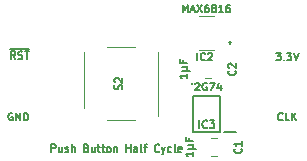
<source format=gto>
%TF.GenerationSoftware,KiCad,Pcbnew,7.0.5*%
%TF.CreationDate,2024-02-18T08:35:53+02:00*%
%TF.ProjectId,Clock Push Button,436c6f63-6b20-4507-9573-682042757474,V1*%
%TF.SameCoordinates,PX6d01460PY32de760*%
%TF.FileFunction,Legend,Top*%
%TF.FilePolarity,Positive*%
%FSLAX46Y46*%
G04 Gerber Fmt 4.6, Leading zero omitted, Abs format (unit mm)*
G04 Created by KiCad (PCBNEW 7.0.5) date 2024-02-18 08:35:53*
%MOMM*%
%LPD*%
G01*
G04 APERTURE LIST*
%ADD10C,0.150000*%
%ADD11C,0.100000*%
%ADD12C,0.200000*%
%ADD13C,0.120000*%
G04 APERTURE END LIST*
D10*
X-2705209Y-285963D02*
X-2916876Y16418D01*
X-3068066Y-285963D02*
X-3068066Y349037D01*
X-3068066Y349037D02*
X-2826161Y349037D01*
X-2826161Y349037D02*
X-2765685Y318799D01*
X-2765685Y318799D02*
X-2735447Y288561D01*
X-2735447Y288561D02*
X-2705209Y228085D01*
X-2705209Y228085D02*
X-2705209Y137371D01*
X-2705209Y137371D02*
X-2735447Y76895D01*
X-2735447Y76895D02*
X-2765685Y46656D01*
X-2765685Y46656D02*
X-2826161Y16418D01*
X-2826161Y16418D02*
X-3068066Y16418D01*
X-2463304Y-255725D02*
X-2372590Y-285963D01*
X-2372590Y-285963D02*
X-2221399Y-285963D01*
X-2221399Y-285963D02*
X-2160923Y-255725D01*
X-2160923Y-255725D02*
X-2130685Y-225486D01*
X-2130685Y-225486D02*
X-2100447Y-165010D01*
X-2100447Y-165010D02*
X-2100447Y-104534D01*
X-2100447Y-104534D02*
X-2130685Y-44058D01*
X-2130685Y-44058D02*
X-2160923Y-13820D01*
X-2160923Y-13820D02*
X-2221399Y16418D01*
X-2221399Y16418D02*
X-2342352Y46656D01*
X-2342352Y46656D02*
X-2402828Y76895D01*
X-2402828Y76895D02*
X-2433066Y107133D01*
X-2433066Y107133D02*
X-2463304Y167609D01*
X-2463304Y167609D02*
X-2463304Y228085D01*
X-2463304Y228085D02*
X-2433066Y288561D01*
X-2433066Y288561D02*
X-2402828Y318799D01*
X-2402828Y318799D02*
X-2342352Y349037D01*
X-2342352Y349037D02*
X-2191161Y349037D01*
X-2191161Y349037D02*
X-2100447Y318799D01*
X-1919018Y349037D02*
X-1556161Y349037D01*
X-1737590Y-285963D02*
X-1737590Y349037D01*
X-3155756Y525325D02*
X-1559184Y525325D01*
X338665Y-8169488D02*
X338665Y-7534488D01*
X338665Y-7534488D02*
X580570Y-7534488D01*
X580570Y-7534488D02*
X641046Y-7564726D01*
X641046Y-7564726D02*
X671284Y-7594964D01*
X671284Y-7594964D02*
X701522Y-7655440D01*
X701522Y-7655440D02*
X701522Y-7746154D01*
X701522Y-7746154D02*
X671284Y-7806630D01*
X671284Y-7806630D02*
X641046Y-7836869D01*
X641046Y-7836869D02*
X580570Y-7867107D01*
X580570Y-7867107D02*
X338665Y-7867107D01*
X1245808Y-7746154D02*
X1245808Y-8169488D01*
X973665Y-7746154D02*
X973665Y-8078773D01*
X973665Y-8078773D02*
X1003903Y-8139250D01*
X1003903Y-8139250D02*
X1064379Y-8169488D01*
X1064379Y-8169488D02*
X1155094Y-8169488D01*
X1155094Y-8169488D02*
X1215570Y-8139250D01*
X1215570Y-8139250D02*
X1245808Y-8109011D01*
X1517951Y-8139250D02*
X1578427Y-8169488D01*
X1578427Y-8169488D02*
X1699379Y-8169488D01*
X1699379Y-8169488D02*
X1759856Y-8139250D01*
X1759856Y-8139250D02*
X1790094Y-8078773D01*
X1790094Y-8078773D02*
X1790094Y-8048535D01*
X1790094Y-8048535D02*
X1759856Y-7988059D01*
X1759856Y-7988059D02*
X1699379Y-7957821D01*
X1699379Y-7957821D02*
X1608665Y-7957821D01*
X1608665Y-7957821D02*
X1548189Y-7927583D01*
X1548189Y-7927583D02*
X1517951Y-7867107D01*
X1517951Y-7867107D02*
X1517951Y-7836869D01*
X1517951Y-7836869D02*
X1548189Y-7776392D01*
X1548189Y-7776392D02*
X1608665Y-7746154D01*
X1608665Y-7746154D02*
X1699379Y-7746154D01*
X1699379Y-7746154D02*
X1759856Y-7776392D01*
X2062237Y-8169488D02*
X2062237Y-7534488D01*
X2334380Y-8169488D02*
X2334380Y-7836869D01*
X2334380Y-7836869D02*
X2304142Y-7776392D01*
X2304142Y-7776392D02*
X2243666Y-7746154D01*
X2243666Y-7746154D02*
X2152951Y-7746154D01*
X2152951Y-7746154D02*
X2092475Y-7776392D01*
X2092475Y-7776392D02*
X2062237Y-7806630D01*
X3332238Y-7836869D02*
X3422952Y-7867107D01*
X3422952Y-7867107D02*
X3453190Y-7897345D01*
X3453190Y-7897345D02*
X3483428Y-7957821D01*
X3483428Y-7957821D02*
X3483428Y-8048535D01*
X3483428Y-8048535D02*
X3453190Y-8109011D01*
X3453190Y-8109011D02*
X3422952Y-8139250D01*
X3422952Y-8139250D02*
X3362476Y-8169488D01*
X3362476Y-8169488D02*
X3120571Y-8169488D01*
X3120571Y-8169488D02*
X3120571Y-7534488D01*
X3120571Y-7534488D02*
X3332238Y-7534488D01*
X3332238Y-7534488D02*
X3392714Y-7564726D01*
X3392714Y-7564726D02*
X3422952Y-7594964D01*
X3422952Y-7594964D02*
X3453190Y-7655440D01*
X3453190Y-7655440D02*
X3453190Y-7715916D01*
X3453190Y-7715916D02*
X3422952Y-7776392D01*
X3422952Y-7776392D02*
X3392714Y-7806630D01*
X3392714Y-7806630D02*
X3332238Y-7836869D01*
X3332238Y-7836869D02*
X3120571Y-7836869D01*
X4027714Y-7746154D02*
X4027714Y-8169488D01*
X3755571Y-7746154D02*
X3755571Y-8078773D01*
X3755571Y-8078773D02*
X3785809Y-8139250D01*
X3785809Y-8139250D02*
X3846285Y-8169488D01*
X3846285Y-8169488D02*
X3937000Y-8169488D01*
X3937000Y-8169488D02*
X3997476Y-8139250D01*
X3997476Y-8139250D02*
X4027714Y-8109011D01*
X4239381Y-7746154D02*
X4481285Y-7746154D01*
X4330095Y-7534488D02*
X4330095Y-8078773D01*
X4330095Y-8078773D02*
X4360333Y-8139250D01*
X4360333Y-8139250D02*
X4420809Y-8169488D01*
X4420809Y-8169488D02*
X4481285Y-8169488D01*
X4602238Y-7746154D02*
X4844142Y-7746154D01*
X4692952Y-7534488D02*
X4692952Y-8078773D01*
X4692952Y-8078773D02*
X4723190Y-8139250D01*
X4723190Y-8139250D02*
X4783666Y-8169488D01*
X4783666Y-8169488D02*
X4844142Y-8169488D01*
X5146523Y-8169488D02*
X5086047Y-8139250D01*
X5086047Y-8139250D02*
X5055809Y-8109011D01*
X5055809Y-8109011D02*
X5025571Y-8048535D01*
X5025571Y-8048535D02*
X5025571Y-7867107D01*
X5025571Y-7867107D02*
X5055809Y-7806630D01*
X5055809Y-7806630D02*
X5086047Y-7776392D01*
X5086047Y-7776392D02*
X5146523Y-7746154D01*
X5146523Y-7746154D02*
X5237238Y-7746154D01*
X5237238Y-7746154D02*
X5297714Y-7776392D01*
X5297714Y-7776392D02*
X5327952Y-7806630D01*
X5327952Y-7806630D02*
X5358190Y-7867107D01*
X5358190Y-7867107D02*
X5358190Y-8048535D01*
X5358190Y-8048535D02*
X5327952Y-8109011D01*
X5327952Y-8109011D02*
X5297714Y-8139250D01*
X5297714Y-8139250D02*
X5237238Y-8169488D01*
X5237238Y-8169488D02*
X5146523Y-8169488D01*
X5630333Y-7746154D02*
X5630333Y-8169488D01*
X5630333Y-7806630D02*
X5660571Y-7776392D01*
X5660571Y-7776392D02*
X5721047Y-7746154D01*
X5721047Y-7746154D02*
X5811762Y-7746154D01*
X5811762Y-7746154D02*
X5872238Y-7776392D01*
X5872238Y-7776392D02*
X5902476Y-7836869D01*
X5902476Y-7836869D02*
X5902476Y-8169488D01*
X6688667Y-8169488D02*
X6688667Y-7534488D01*
X6688667Y-7836869D02*
X7051524Y-7836869D01*
X7051524Y-8169488D02*
X7051524Y-7534488D01*
X7626048Y-8169488D02*
X7626048Y-7836869D01*
X7626048Y-7836869D02*
X7595810Y-7776392D01*
X7595810Y-7776392D02*
X7535334Y-7746154D01*
X7535334Y-7746154D02*
X7414381Y-7746154D01*
X7414381Y-7746154D02*
X7353905Y-7776392D01*
X7626048Y-8139250D02*
X7565572Y-8169488D01*
X7565572Y-8169488D02*
X7414381Y-8169488D01*
X7414381Y-8169488D02*
X7353905Y-8139250D01*
X7353905Y-8139250D02*
X7323667Y-8078773D01*
X7323667Y-8078773D02*
X7323667Y-8018297D01*
X7323667Y-8018297D02*
X7353905Y-7957821D01*
X7353905Y-7957821D02*
X7414381Y-7927583D01*
X7414381Y-7927583D02*
X7565572Y-7927583D01*
X7565572Y-7927583D02*
X7626048Y-7897345D01*
X8019143Y-8169488D02*
X7958667Y-8139250D01*
X7958667Y-8139250D02*
X7928429Y-8078773D01*
X7928429Y-8078773D02*
X7928429Y-7534488D01*
X8170334Y-7746154D02*
X8412238Y-7746154D01*
X8261048Y-8169488D02*
X8261048Y-7625202D01*
X8261048Y-7625202D02*
X8291286Y-7564726D01*
X8291286Y-7564726D02*
X8351762Y-7534488D01*
X8351762Y-7534488D02*
X8412238Y-7534488D01*
X9470572Y-8109011D02*
X9440334Y-8139250D01*
X9440334Y-8139250D02*
X9349620Y-8169488D01*
X9349620Y-8169488D02*
X9289144Y-8169488D01*
X9289144Y-8169488D02*
X9198429Y-8139250D01*
X9198429Y-8139250D02*
X9137953Y-8078773D01*
X9137953Y-8078773D02*
X9107715Y-8018297D01*
X9107715Y-8018297D02*
X9077477Y-7897345D01*
X9077477Y-7897345D02*
X9077477Y-7806630D01*
X9077477Y-7806630D02*
X9107715Y-7685678D01*
X9107715Y-7685678D02*
X9137953Y-7625202D01*
X9137953Y-7625202D02*
X9198429Y-7564726D01*
X9198429Y-7564726D02*
X9289144Y-7534488D01*
X9289144Y-7534488D02*
X9349620Y-7534488D01*
X9349620Y-7534488D02*
X9440334Y-7564726D01*
X9440334Y-7564726D02*
X9470572Y-7594964D01*
X9682239Y-7746154D02*
X9833429Y-8169488D01*
X9984620Y-7746154D02*
X9833429Y-8169488D01*
X9833429Y-8169488D02*
X9772953Y-8320678D01*
X9772953Y-8320678D02*
X9742715Y-8350916D01*
X9742715Y-8350916D02*
X9682239Y-8381154D01*
X10498668Y-8139250D02*
X10438192Y-8169488D01*
X10438192Y-8169488D02*
X10317239Y-8169488D01*
X10317239Y-8169488D02*
X10256763Y-8139250D01*
X10256763Y-8139250D02*
X10226525Y-8109011D01*
X10226525Y-8109011D02*
X10196287Y-8048535D01*
X10196287Y-8048535D02*
X10196287Y-7867107D01*
X10196287Y-7867107D02*
X10226525Y-7806630D01*
X10226525Y-7806630D02*
X10256763Y-7776392D01*
X10256763Y-7776392D02*
X10317239Y-7746154D01*
X10317239Y-7746154D02*
X10438192Y-7746154D01*
X10438192Y-7746154D02*
X10498668Y-7776392D01*
X10861525Y-8169488D02*
X10801049Y-8139250D01*
X10801049Y-8139250D02*
X10770811Y-8078773D01*
X10770811Y-8078773D02*
X10770811Y-7534488D01*
X11345335Y-8139250D02*
X11284859Y-8169488D01*
X11284859Y-8169488D02*
X11163906Y-8169488D01*
X11163906Y-8169488D02*
X11103430Y-8139250D01*
X11103430Y-8139250D02*
X11073192Y-8078773D01*
X11073192Y-8078773D02*
X11073192Y-7836869D01*
X11073192Y-7836869D02*
X11103430Y-7776392D01*
X11103430Y-7776392D02*
X11163906Y-7746154D01*
X11163906Y-7746154D02*
X11284859Y-7746154D01*
X11284859Y-7746154D02*
X11345335Y-7776392D01*
X11345335Y-7776392D02*
X11375573Y-7836869D01*
X11375573Y-7836869D02*
X11375573Y-7897345D01*
X11375573Y-7897345D02*
X11073192Y-7957821D01*
X-2947113Y-4888201D02*
X-3007589Y-4857963D01*
X-3007589Y-4857963D02*
X-3098303Y-4857963D01*
X-3098303Y-4857963D02*
X-3189018Y-4888201D01*
X-3189018Y-4888201D02*
X-3249494Y-4948677D01*
X-3249494Y-4948677D02*
X-3279732Y-5009153D01*
X-3279732Y-5009153D02*
X-3309970Y-5130105D01*
X-3309970Y-5130105D02*
X-3309970Y-5220820D01*
X-3309970Y-5220820D02*
X-3279732Y-5341772D01*
X-3279732Y-5341772D02*
X-3249494Y-5402248D01*
X-3249494Y-5402248D02*
X-3189018Y-5462725D01*
X-3189018Y-5462725D02*
X-3098303Y-5492963D01*
X-3098303Y-5492963D02*
X-3037827Y-5492963D01*
X-3037827Y-5492963D02*
X-2947113Y-5462725D01*
X-2947113Y-5462725D02*
X-2916875Y-5432486D01*
X-2916875Y-5432486D02*
X-2916875Y-5220820D01*
X-2916875Y-5220820D02*
X-3037827Y-5220820D01*
X-2644732Y-5492963D02*
X-2644732Y-4857963D01*
X-2644732Y-4857963D02*
X-2281875Y-5492963D01*
X-2281875Y-5492963D02*
X-2281875Y-4857963D01*
X-1979494Y-5492963D02*
X-1979494Y-4857963D01*
X-1979494Y-4857963D02*
X-1828304Y-4857963D01*
X-1828304Y-4857963D02*
X-1737589Y-4888201D01*
X-1737589Y-4888201D02*
X-1677113Y-4948677D01*
X-1677113Y-4948677D02*
X-1646875Y-5009153D01*
X-1646875Y-5009153D02*
X-1616637Y-5130105D01*
X-1616637Y-5130105D02*
X-1616637Y-5220820D01*
X-1616637Y-5220820D02*
X-1646875Y-5341772D01*
X-1646875Y-5341772D02*
X-1677113Y-5402248D01*
X-1677113Y-5402248D02*
X-1737589Y-5462725D01*
X-1737589Y-5462725D02*
X-1828304Y-5492963D01*
X-1828304Y-5492963D02*
X-1979494Y-5492963D01*
X19916731Y-5432486D02*
X19886493Y-5462725D01*
X19886493Y-5462725D02*
X19795779Y-5492963D01*
X19795779Y-5492963D02*
X19735303Y-5492963D01*
X19735303Y-5492963D02*
X19644588Y-5462725D01*
X19644588Y-5462725D02*
X19584112Y-5402248D01*
X19584112Y-5402248D02*
X19553874Y-5341772D01*
X19553874Y-5341772D02*
X19523636Y-5220820D01*
X19523636Y-5220820D02*
X19523636Y-5130105D01*
X19523636Y-5130105D02*
X19553874Y-5009153D01*
X19553874Y-5009153D02*
X19584112Y-4948677D01*
X19584112Y-4948677D02*
X19644588Y-4888201D01*
X19644588Y-4888201D02*
X19735303Y-4857963D01*
X19735303Y-4857963D02*
X19795779Y-4857963D01*
X19795779Y-4857963D02*
X19886493Y-4888201D01*
X19886493Y-4888201D02*
X19916731Y-4918439D01*
X20491255Y-5492963D02*
X20188874Y-5492963D01*
X20188874Y-5492963D02*
X20188874Y-4857963D01*
X20702922Y-5492963D02*
X20702922Y-4857963D01*
X21065779Y-5492963D02*
X20793636Y-5130105D01*
X21065779Y-4857963D02*
X20702922Y-5220820D01*
X19366398Y222037D02*
X19759493Y222037D01*
X19759493Y222037D02*
X19547826Y-19867D01*
X19547826Y-19867D02*
X19638541Y-19867D01*
X19638541Y-19867D02*
X19699017Y-50105D01*
X19699017Y-50105D02*
X19729255Y-80344D01*
X19729255Y-80344D02*
X19759493Y-140820D01*
X19759493Y-140820D02*
X19759493Y-292010D01*
X19759493Y-292010D02*
X19729255Y-352486D01*
X19729255Y-352486D02*
X19699017Y-382725D01*
X19699017Y-382725D02*
X19638541Y-412963D01*
X19638541Y-412963D02*
X19457112Y-412963D01*
X19457112Y-412963D02*
X19396636Y-382725D01*
X19396636Y-382725D02*
X19366398Y-352486D01*
X20031636Y-352486D02*
X20061874Y-382725D01*
X20061874Y-382725D02*
X20031636Y-412963D01*
X20031636Y-412963D02*
X20001398Y-382725D01*
X20001398Y-382725D02*
X20031636Y-352486D01*
X20031636Y-352486D02*
X20031636Y-412963D01*
X20273541Y222037D02*
X20666636Y222037D01*
X20666636Y222037D02*
X20454969Y-19867D01*
X20454969Y-19867D02*
X20545684Y-19867D01*
X20545684Y-19867D02*
X20606160Y-50105D01*
X20606160Y-50105D02*
X20636398Y-80344D01*
X20636398Y-80344D02*
X20666636Y-140820D01*
X20666636Y-140820D02*
X20666636Y-292010D01*
X20666636Y-292010D02*
X20636398Y-352486D01*
X20636398Y-352486D02*
X20606160Y-382725D01*
X20606160Y-382725D02*
X20545684Y-412963D01*
X20545684Y-412963D02*
X20364255Y-412963D01*
X20364255Y-412963D02*
X20303779Y-382725D01*
X20303779Y-382725D02*
X20273541Y-352486D01*
X20848065Y222037D02*
X21059731Y-412963D01*
X21059731Y-412963D02*
X21271398Y222037D01*
%TO.C,S2*%
X6286125Y-2871409D02*
X6316363Y-2780695D01*
X6316363Y-2780695D02*
X6316363Y-2629504D01*
X6316363Y-2629504D02*
X6286125Y-2569028D01*
X6286125Y-2569028D02*
X6255886Y-2538790D01*
X6255886Y-2538790D02*
X6195410Y-2508552D01*
X6195410Y-2508552D02*
X6134934Y-2508552D01*
X6134934Y-2508552D02*
X6074458Y-2538790D01*
X6074458Y-2538790D02*
X6044220Y-2569028D01*
X6044220Y-2569028D02*
X6013982Y-2629504D01*
X6013982Y-2629504D02*
X5983744Y-2750457D01*
X5983744Y-2750457D02*
X5953505Y-2810933D01*
X5953505Y-2810933D02*
X5923267Y-2841171D01*
X5923267Y-2841171D02*
X5862791Y-2871409D01*
X5862791Y-2871409D02*
X5802315Y-2871409D01*
X5802315Y-2871409D02*
X5741839Y-2841171D01*
X5741839Y-2841171D02*
X5711601Y-2810933D01*
X5711601Y-2810933D02*
X5681363Y-2750457D01*
X5681363Y-2750457D02*
X5681363Y-2599266D01*
X5681363Y-2599266D02*
X5711601Y-2508552D01*
X5741839Y-2266647D02*
X5711601Y-2236409D01*
X5711601Y-2236409D02*
X5681363Y-2175933D01*
X5681363Y-2175933D02*
X5681363Y-2024742D01*
X5681363Y-2024742D02*
X5711601Y-1964266D01*
X5711601Y-1964266D02*
X5741839Y-1934028D01*
X5741839Y-1934028D02*
X5802315Y-1903790D01*
X5802315Y-1903790D02*
X5862791Y-1903790D01*
X5862791Y-1903790D02*
X5953505Y-1934028D01*
X5953505Y-1934028D02*
X6316363Y-2296885D01*
X6316363Y-2296885D02*
X6316363Y-1903790D01*
%TO.C,IC3*%
X12865884Y-6127963D02*
X12865884Y-5492963D01*
X13531122Y-6067486D02*
X13500884Y-6097725D01*
X13500884Y-6097725D02*
X13410170Y-6127963D01*
X13410170Y-6127963D02*
X13349694Y-6127963D01*
X13349694Y-6127963D02*
X13258979Y-6097725D01*
X13258979Y-6097725D02*
X13198503Y-6037248D01*
X13198503Y-6037248D02*
X13168265Y-5976772D01*
X13168265Y-5976772D02*
X13138027Y-5855820D01*
X13138027Y-5855820D02*
X13138027Y-5765105D01*
X13138027Y-5765105D02*
X13168265Y-5644153D01*
X13168265Y-5644153D02*
X13198503Y-5583677D01*
X13198503Y-5583677D02*
X13258979Y-5523201D01*
X13258979Y-5523201D02*
X13349694Y-5492963D01*
X13349694Y-5492963D02*
X13410170Y-5492963D01*
X13410170Y-5492963D02*
X13500884Y-5523201D01*
X13500884Y-5523201D02*
X13531122Y-5553439D01*
X13742789Y-5492963D02*
X14135884Y-5492963D01*
X14135884Y-5492963D02*
X13924217Y-5734867D01*
X13924217Y-5734867D02*
X14014932Y-5734867D01*
X14014932Y-5734867D02*
X14075408Y-5765105D01*
X14075408Y-5765105D02*
X14105646Y-5795344D01*
X14105646Y-5795344D02*
X14135884Y-5855820D01*
X14135884Y-5855820D02*
X14135884Y-6007010D01*
X14135884Y-6007010D02*
X14105646Y-6067486D01*
X14105646Y-6067486D02*
X14075408Y-6097725D01*
X14075408Y-6097725D02*
X14014932Y-6127963D01*
X14014932Y-6127963D02*
X13833503Y-6127963D01*
X13833503Y-6127963D02*
X13773027Y-6097725D01*
X13773027Y-6097725D02*
X13742789Y-6067486D01*
X12291360Y-2317963D02*
X12230884Y-2438915D01*
X12533265Y-2378439D02*
X12563503Y-2348201D01*
X12563503Y-2348201D02*
X12623979Y-2317963D01*
X12623979Y-2317963D02*
X12775170Y-2317963D01*
X12775170Y-2317963D02*
X12835646Y-2348201D01*
X12835646Y-2348201D02*
X12865884Y-2378439D01*
X12865884Y-2378439D02*
X12896122Y-2438915D01*
X12896122Y-2438915D02*
X12896122Y-2499391D01*
X12896122Y-2499391D02*
X12865884Y-2590105D01*
X12865884Y-2590105D02*
X12503027Y-2952963D01*
X12503027Y-2952963D02*
X12896122Y-2952963D01*
X13500884Y-2348201D02*
X13440408Y-2317963D01*
X13440408Y-2317963D02*
X13349694Y-2317963D01*
X13349694Y-2317963D02*
X13258979Y-2348201D01*
X13258979Y-2348201D02*
X13198503Y-2408677D01*
X13198503Y-2408677D02*
X13168265Y-2469153D01*
X13168265Y-2469153D02*
X13138027Y-2590105D01*
X13138027Y-2590105D02*
X13138027Y-2680820D01*
X13138027Y-2680820D02*
X13168265Y-2801772D01*
X13168265Y-2801772D02*
X13198503Y-2862248D01*
X13198503Y-2862248D02*
X13258979Y-2922725D01*
X13258979Y-2922725D02*
X13349694Y-2952963D01*
X13349694Y-2952963D02*
X13410170Y-2952963D01*
X13410170Y-2952963D02*
X13500884Y-2922725D01*
X13500884Y-2922725D02*
X13531122Y-2892486D01*
X13531122Y-2892486D02*
X13531122Y-2680820D01*
X13531122Y-2680820D02*
X13410170Y-2680820D01*
X13742789Y-2317963D02*
X14166122Y-2317963D01*
X14166122Y-2317963D02*
X13893979Y-2952963D01*
X14680170Y-2529629D02*
X14680170Y-2952963D01*
X14528979Y-2287725D02*
X14377789Y-2741296D01*
X14377789Y-2741296D02*
X14770884Y-2741296D01*
%TO.C,IC2*%
X12705619Y-412963D02*
X12705619Y222037D01*
X13370857Y-352486D02*
X13340619Y-382725D01*
X13340619Y-382725D02*
X13249905Y-412963D01*
X13249905Y-412963D02*
X13189429Y-412963D01*
X13189429Y-412963D02*
X13098714Y-382725D01*
X13098714Y-382725D02*
X13038238Y-322248D01*
X13038238Y-322248D02*
X13008000Y-261772D01*
X13008000Y-261772D02*
X12977762Y-140820D01*
X12977762Y-140820D02*
X12977762Y-50105D01*
X12977762Y-50105D02*
X13008000Y70847D01*
X13008000Y70847D02*
X13038238Y131323D01*
X13038238Y131323D02*
X13098714Y191799D01*
X13098714Y191799D02*
X13189429Y222037D01*
X13189429Y222037D02*
X13249905Y222037D01*
X13249905Y222037D02*
X13340619Y191799D01*
X13340619Y191799D02*
X13370857Y161561D01*
X13612762Y161561D02*
X13643000Y191799D01*
X13643000Y191799D02*
X13703476Y222037D01*
X13703476Y222037D02*
X13854667Y222037D01*
X13854667Y222037D02*
X13915143Y191799D01*
X13915143Y191799D02*
X13945381Y161561D01*
X13945381Y161561D02*
X13975619Y101085D01*
X13975619Y101085D02*
X13975619Y40609D01*
X13975619Y40609D02*
X13945381Y-50105D01*
X13945381Y-50105D02*
X13582524Y-412963D01*
X13582524Y-412963D02*
X13975619Y-412963D01*
X11471785Y3651037D02*
X11471785Y4286037D01*
X11471785Y4286037D02*
X11683452Y3832466D01*
X11683452Y3832466D02*
X11895118Y4286037D01*
X11895118Y4286037D02*
X11895118Y3651037D01*
X12167261Y3832466D02*
X12469642Y3832466D01*
X12106785Y3651037D02*
X12318451Y4286037D01*
X12318451Y4286037D02*
X12530118Y3651037D01*
X12681309Y4286037D02*
X13104642Y3651037D01*
X13104642Y4286037D02*
X12681309Y3651037D01*
X13618690Y4286037D02*
X13497737Y4286037D01*
X13497737Y4286037D02*
X13437261Y4255799D01*
X13437261Y4255799D02*
X13407023Y4225561D01*
X13407023Y4225561D02*
X13346547Y4134847D01*
X13346547Y4134847D02*
X13316309Y4013895D01*
X13316309Y4013895D02*
X13316309Y3771990D01*
X13316309Y3771990D02*
X13346547Y3711514D01*
X13346547Y3711514D02*
X13376785Y3681275D01*
X13376785Y3681275D02*
X13437261Y3651037D01*
X13437261Y3651037D02*
X13558214Y3651037D01*
X13558214Y3651037D02*
X13618690Y3681275D01*
X13618690Y3681275D02*
X13648928Y3711514D01*
X13648928Y3711514D02*
X13679166Y3771990D01*
X13679166Y3771990D02*
X13679166Y3923180D01*
X13679166Y3923180D02*
X13648928Y3983656D01*
X13648928Y3983656D02*
X13618690Y4013895D01*
X13618690Y4013895D02*
X13558214Y4044133D01*
X13558214Y4044133D02*
X13437261Y4044133D01*
X13437261Y4044133D02*
X13376785Y4013895D01*
X13376785Y4013895D02*
X13346547Y3983656D01*
X13346547Y3983656D02*
X13316309Y3923180D01*
X14042023Y4013895D02*
X13981547Y4044133D01*
X13981547Y4044133D02*
X13951309Y4074371D01*
X13951309Y4074371D02*
X13921071Y4134847D01*
X13921071Y4134847D02*
X13921071Y4165085D01*
X13921071Y4165085D02*
X13951309Y4225561D01*
X13951309Y4225561D02*
X13981547Y4255799D01*
X13981547Y4255799D02*
X14042023Y4286037D01*
X14042023Y4286037D02*
X14162976Y4286037D01*
X14162976Y4286037D02*
X14223452Y4255799D01*
X14223452Y4255799D02*
X14253690Y4225561D01*
X14253690Y4225561D02*
X14283928Y4165085D01*
X14283928Y4165085D02*
X14283928Y4134847D01*
X14283928Y4134847D02*
X14253690Y4074371D01*
X14253690Y4074371D02*
X14223452Y4044133D01*
X14223452Y4044133D02*
X14162976Y4013895D01*
X14162976Y4013895D02*
X14042023Y4013895D01*
X14042023Y4013895D02*
X13981547Y3983656D01*
X13981547Y3983656D02*
X13951309Y3953418D01*
X13951309Y3953418D02*
X13921071Y3892942D01*
X13921071Y3892942D02*
X13921071Y3771990D01*
X13921071Y3771990D02*
X13951309Y3711514D01*
X13951309Y3711514D02*
X13981547Y3681275D01*
X13981547Y3681275D02*
X14042023Y3651037D01*
X14042023Y3651037D02*
X14162976Y3651037D01*
X14162976Y3651037D02*
X14223452Y3681275D01*
X14223452Y3681275D02*
X14253690Y3711514D01*
X14253690Y3711514D02*
X14283928Y3771990D01*
X14283928Y3771990D02*
X14283928Y3892942D01*
X14283928Y3892942D02*
X14253690Y3953418D01*
X14253690Y3953418D02*
X14223452Y3983656D01*
X14223452Y3983656D02*
X14162976Y4013895D01*
X14888690Y3651037D02*
X14525833Y3651037D01*
X14707261Y3651037D02*
X14707261Y4286037D01*
X14707261Y4286037D02*
X14646785Y4195323D01*
X14646785Y4195323D02*
X14586309Y4134847D01*
X14586309Y4134847D02*
X14525833Y4104609D01*
X15432976Y4286037D02*
X15312023Y4286037D01*
X15312023Y4286037D02*
X15251547Y4255799D01*
X15251547Y4255799D02*
X15221309Y4225561D01*
X15221309Y4225561D02*
X15160833Y4134847D01*
X15160833Y4134847D02*
X15130595Y4013895D01*
X15130595Y4013895D02*
X15130595Y3771990D01*
X15130595Y3771990D02*
X15160833Y3711514D01*
X15160833Y3711514D02*
X15191071Y3681275D01*
X15191071Y3681275D02*
X15251547Y3651037D01*
X15251547Y3651037D02*
X15372500Y3651037D01*
X15372500Y3651037D02*
X15432976Y3681275D01*
X15432976Y3681275D02*
X15463214Y3711514D01*
X15463214Y3711514D02*
X15493452Y3771990D01*
X15493452Y3771990D02*
X15493452Y3923180D01*
X15493452Y3923180D02*
X15463214Y3983656D01*
X15463214Y3983656D02*
X15432976Y4013895D01*
X15432976Y4013895D02*
X15372500Y4044133D01*
X15372500Y4044133D02*
X15251547Y4044133D01*
X15251547Y4044133D02*
X15191071Y4013895D01*
X15191071Y4013895D02*
X15160833Y3983656D01*
X15160833Y3983656D02*
X15130595Y3923180D01*
%TO.C,C2*%
X15887851Y-1275833D02*
X15918090Y-1306071D01*
X15918090Y-1306071D02*
X15948328Y-1396785D01*
X15948328Y-1396785D02*
X15948328Y-1457261D01*
X15948328Y-1457261D02*
X15918090Y-1547976D01*
X15918090Y-1547976D02*
X15857613Y-1608452D01*
X15857613Y-1608452D02*
X15797137Y-1638690D01*
X15797137Y-1638690D02*
X15676185Y-1668928D01*
X15676185Y-1668928D02*
X15585470Y-1668928D01*
X15585470Y-1668928D02*
X15464518Y-1638690D01*
X15464518Y-1638690D02*
X15404042Y-1608452D01*
X15404042Y-1608452D02*
X15343566Y-1547976D01*
X15343566Y-1547976D02*
X15313328Y-1457261D01*
X15313328Y-1457261D02*
X15313328Y-1396785D01*
X15313328Y-1396785D02*
X15343566Y-1306071D01*
X15343566Y-1306071D02*
X15373804Y-1275833D01*
X15373804Y-1033928D02*
X15343566Y-1003690D01*
X15343566Y-1003690D02*
X15313328Y-943214D01*
X15313328Y-943214D02*
X15313328Y-792023D01*
X15313328Y-792023D02*
X15343566Y-731547D01*
X15343566Y-731547D02*
X15373804Y-701309D01*
X15373804Y-701309D02*
X15434280Y-671071D01*
X15434280Y-671071D02*
X15494756Y-671071D01*
X15494756Y-671071D02*
X15585470Y-701309D01*
X15585470Y-701309D02*
X15948328Y-1064166D01*
X15948328Y-1064166D02*
X15948328Y-671071D01*
X11841328Y-1566333D02*
X11841328Y-1929190D01*
X11841328Y-1747762D02*
X11206328Y-1747762D01*
X11206328Y-1747762D02*
X11297042Y-1808238D01*
X11297042Y-1808238D02*
X11357518Y-1868714D01*
X11357518Y-1868714D02*
X11387756Y-1929190D01*
X11417994Y-1294190D02*
X12052994Y-1294190D01*
X11750613Y-991809D02*
X11811090Y-961571D01*
X11811090Y-961571D02*
X11841328Y-901095D01*
X11750613Y-1294190D02*
X11811090Y-1263952D01*
X11811090Y-1263952D02*
X11841328Y-1203476D01*
X11841328Y-1203476D02*
X11841328Y-1082523D01*
X11841328Y-1082523D02*
X11811090Y-1022047D01*
X11811090Y-1022047D02*
X11750613Y-991809D01*
X11750613Y-991809D02*
X11417994Y-991809D01*
X11508709Y-417285D02*
X11508709Y-628952D01*
X11841328Y-628952D02*
X11206328Y-628952D01*
X11206328Y-628952D02*
X11206328Y-326571D01*
%TO.C,C1*%
X16397486Y-7879833D02*
X16427725Y-7910071D01*
X16427725Y-7910071D02*
X16457963Y-8000785D01*
X16457963Y-8000785D02*
X16457963Y-8061261D01*
X16457963Y-8061261D02*
X16427725Y-8151976D01*
X16427725Y-8151976D02*
X16367248Y-8212452D01*
X16367248Y-8212452D02*
X16306772Y-8242690D01*
X16306772Y-8242690D02*
X16185820Y-8272928D01*
X16185820Y-8272928D02*
X16095105Y-8272928D01*
X16095105Y-8272928D02*
X15974153Y-8242690D01*
X15974153Y-8242690D02*
X15913677Y-8212452D01*
X15913677Y-8212452D02*
X15853201Y-8151976D01*
X15853201Y-8151976D02*
X15822963Y-8061261D01*
X15822963Y-8061261D02*
X15822963Y-8000785D01*
X15822963Y-8000785D02*
X15853201Y-7910071D01*
X15853201Y-7910071D02*
X15883439Y-7879833D01*
X16457963Y-7275071D02*
X16457963Y-7637928D01*
X16457963Y-7456500D02*
X15822963Y-7456500D01*
X15822963Y-7456500D02*
X15913677Y-7516976D01*
X15913677Y-7516976D02*
X15974153Y-7577452D01*
X15974153Y-7577452D02*
X16004391Y-7637928D01*
X12350963Y-8170333D02*
X12350963Y-8533190D01*
X12350963Y-8351762D02*
X11715963Y-8351762D01*
X11715963Y-8351762D02*
X11806677Y-8412238D01*
X11806677Y-8412238D02*
X11867153Y-8472714D01*
X11867153Y-8472714D02*
X11897391Y-8533190D01*
X11927629Y-7898190D02*
X12562629Y-7898190D01*
X12260248Y-7595809D02*
X12320725Y-7565571D01*
X12320725Y-7565571D02*
X12350963Y-7505095D01*
X12260248Y-7898190D02*
X12320725Y-7867952D01*
X12320725Y-7867952D02*
X12350963Y-7807476D01*
X12350963Y-7807476D02*
X12350963Y-7686523D01*
X12350963Y-7686523D02*
X12320725Y-7626047D01*
X12320725Y-7626047D02*
X12260248Y-7595809D01*
X12260248Y-7595809D02*
X11927629Y-7595809D01*
X12018344Y-7021285D02*
X12018344Y-7232952D01*
X12350963Y-7232952D02*
X11715963Y-7232952D01*
X11715963Y-7232952D02*
X11715963Y-6930571D01*
D11*
%TO.C,S2*%
X5048400Y-5487600D02*
X7448400Y-5487600D01*
X9348400Y-5087600D02*
X9348400Y312400D01*
X3148400Y-4487600D02*
X3148400Y312400D01*
X7448400Y712400D02*
X5048400Y712400D01*
D12*
%TO.C,IC3*%
X15935765Y-6503000D02*
X14985765Y-6503000D01*
X14635765Y-6453000D02*
X12335765Y-6453000D01*
X14635765Y-3453000D02*
X14635765Y-6453000D01*
X12335765Y-6453000D02*
X12335765Y-3453000D01*
X12335765Y-3453000D02*
X14635765Y-3453000D01*
%TO.C,IC2*%
X15467500Y1005000D02*
X15467500Y1005000D01*
X15467500Y1205000D02*
X15467500Y1205000D01*
D11*
X12817500Y445000D02*
X14117500Y445000D01*
X12817500Y3365000D02*
X14117500Y3365000D01*
D12*
X15467500Y1205000D02*
G75*
G03*
X15467500Y1005000I0J-100000D01*
G01*
X15467500Y1005000D02*
G75*
G03*
X15467500Y1205000I0J100000D01*
G01*
D13*
%TO.C,C2*%
X13342113Y-408000D02*
X13864617Y-408000D01*
X13342113Y-1878000D02*
X13864617Y-1878000D01*
%TO.C,C1*%
X13851748Y-7012000D02*
X14374252Y-7012000D01*
X13851748Y-8482000D02*
X14374252Y-8482000D01*
%TD*%
M02*

</source>
